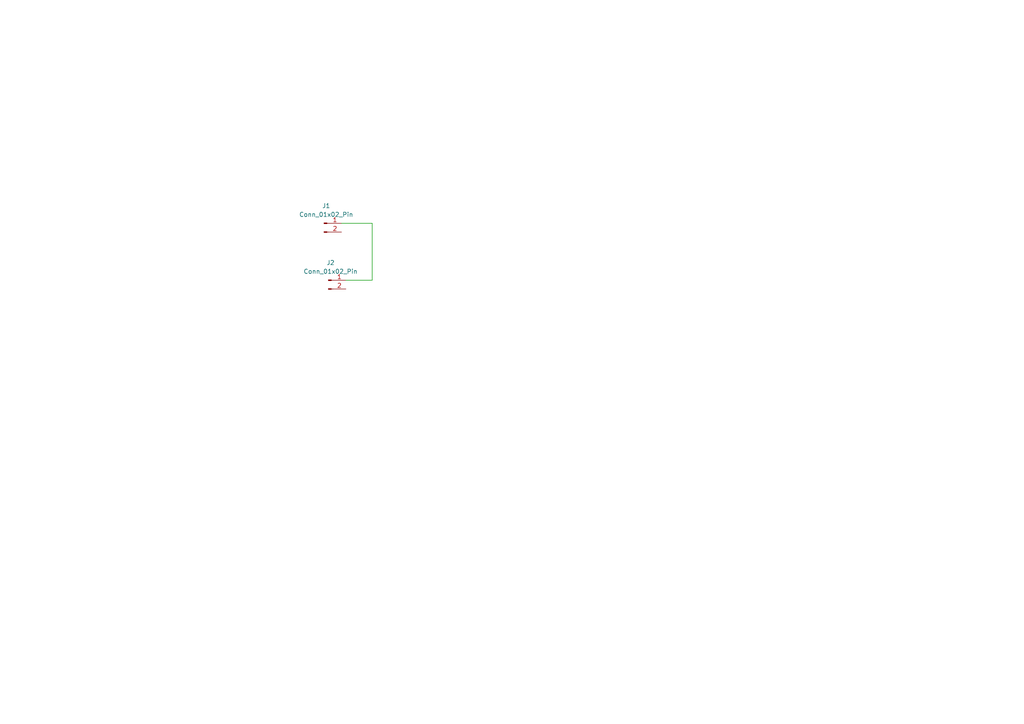
<source format=kicad_sch>
(kicad_sch (version 20231120) (generator "eeschema") (generator_version "8.0")
  (paper "A4")
  (lib_symbols
    (symbol "Connector:Conn_01x02_Pin" (pin_names (offset 1.016) hide)
      (property "Reference" "J" (at 0 2.54 0))
      (property "Value" "Conn_01x02_Pin" (at 0 -5.08 0))
      (symbol "Conn_01x02_Pin_1_1"
        (polyline (pts (xy 1.27 -2.54) (xy 0.8636 -2.54)) (stroke (width 0.1524)))
        (polyline (pts (xy 1.27 0) (xy 0.8636 0)) (stroke (width 0.1524)))
        (rectangle (start 0.8636 -2.413) (end 0 -2.667) (stroke (width 0.1524)) (fill (type outline)))
        (rectangle (start 0.8636 0.127) (end 0 -0.127) (stroke (width 0.1524)) (fill (type outline)))
        (pin passive line (at 5.08 0 180) (length 3.81) (name "Pin_1") (number "1"))
        (pin passive line (at 5.08 -2.54 180) (length 3.81) (name "Pin_2") (number "2"))
      )
    )
  )
  (wire (pts (xy 107.95 64.77) (xy 107.95 81.28)))
  (wire (pts (xy 99.06 64.77) (xy 107.95 64.77)))
  (wire (pts (xy 107.95 81.28) (xy 100.33 81.28)))
  (symbol (lib_id "Connector:Conn_01x02_Pin") (at 95.25 81.28 0) (unit 1)
    (property "Reference" "J2" (at 95.885 76.2 0))
    (property "Value" "Conn_01x02_Pin" (at 95.885 78.74 0))
    (property "Description" "Generic connector, single row, 01x02, script generated" (effects (hide yes)))
  )
  (symbol (lib_id "Connector:Conn_01x02_Pin") (at 93.98 64.77 0) (unit 1)
    (property "Reference" "J1" (at 94.615 59.69 0))
    (property "Value" "Conn_01x02_Pin" (at 94.615 62.23 0))
    (property "Description" "Generic connector, single row, 01x02, script generated" (effects (hide yes)))
  )
)
</source>
